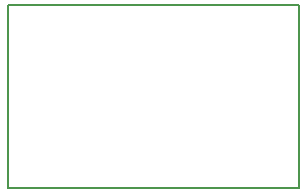
<source format=gm1>
G04 #@! TF.FileFunction,Profile,NP*
%FSLAX46Y46*%
G04 Gerber Fmt 4.6, Leading zero omitted, Abs format (unit mm)*
G04 Created by KiCad (PCBNEW 4.0.0-stable) date 2016 March 08, Tuesday 03:17:28*
%MOMM*%
G01*
G04 APERTURE LIST*
%ADD10C,0.100000*%
%ADD11C,0.150000*%
G04 APERTURE END LIST*
D10*
D11*
X128270000Y-97536000D02*
X128270000Y-98552000D01*
X152908000Y-97536000D02*
X128270000Y-97536000D01*
X152908000Y-113030000D02*
X152908000Y-97536000D01*
X128270000Y-113030000D02*
X152908000Y-113030000D01*
X128270000Y-112776000D02*
X128270000Y-113030000D01*
X128270000Y-97790000D02*
X128270000Y-112776000D01*
M02*

</source>
